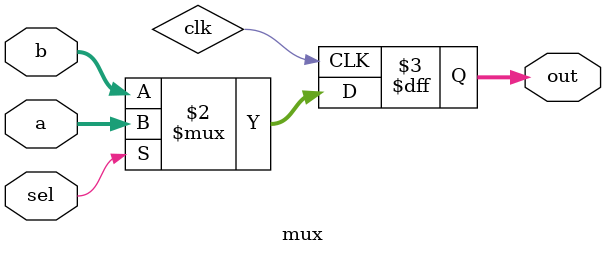
<source format=v>
module mux( 
input [4:0] a, b,
input sel,
output [4:0] out );
// When sel=0, assign a to out. 
// When sel=1, assign b to out.
always @(posedge clk)
  out <= sel ? a : b;

endmodule

</source>
